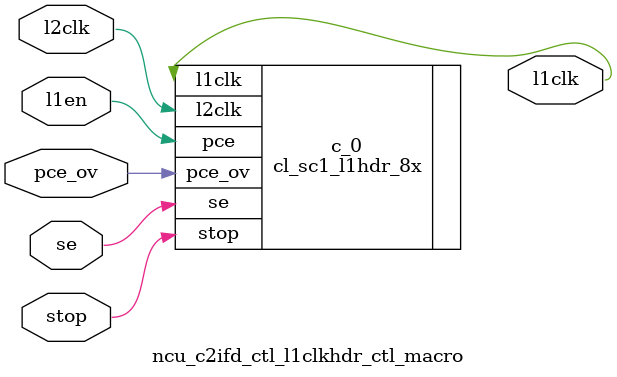
<source format=v>
`define RF_RDEN_OFFSTATE            1'b1

`define NCU_INTMANRF_DEPTH         128
`define NCU_INTMANRF_DATAWIDTH      16
`define NCU_INTMANRF_ADDRWIDTH       7
//====================================

//====================================
`define NCU_MONDORF_DEPTH           64
`define NCU_MONDORF_DATAWIDTH       72
`define NCU_MONDORF_ADDRWIDTH        6
//====================================

//====================================
`define NCU_CPUBUFRF_DEPTH          32
`define NCU_CPUBUFRF_DATAWIDTH     144
`define NCU_CPUBUFRF_ADDRWIDTH       5
//====================================

//====================================
`define NCU_IOBUFRF_DEPTH          32
`define NCU_IOBUFRF_DATAWIDTH     144
`define NCU_IOBUFRF_ADDRWIDTH       5
//====================================

//====================================
`define NCU_IOBUF1RF_DEPTH          32
`define NCU_IOBUF1RF_DATAWIDTH      32
`define NCU_IOBUF1RF_ADDRWIDTH       5
//====================================

//====================================
`define NCU_INTBUFRF_DEPTH          32
`define NCU_INTBUFRF_DATAWIDTH     144
`define NCU_INTBUFRF_ADDRWIDTH       5
//====================================

//== fix me : need to remove when warm //
//== becomes available //
`define WMR_LENGTH		10'd999
`define WMR_LENGTH_P1		10'd1000

//// NCU CSR_MAN address   80_0000_xxxx ////
`define NCU_CSR_MAN			16'h0000
`define NCU_CREG_INTMAN			16'h0000
//`define NCU_CREG_INTVECDISP		16'h0800
`define NCU_CREG_MONDOINVEC		16'h0a00
`define NCU_CREG_SERNUM			16'h1000
`define NCU_CREG_FUSESTAT		16'h1008
`define NCU_CREG_COREAVAIL		16'h1010
`define NCU_CREG_BANKAVAIL		16'h1018
`define NCU_CREG_BANK_ENABLE		16'h1020
`define NCU_CREG_BANK_ENABLE_STATUS 	16'h1028
`define NCU_CREG_L2_HASH_ENABLE		16'h1030
`define NCU_CREG_L2_HASH_ENABLE_STATUS	16'h1038


`define NCU_CREG_MEM32_BASE	16'h2000
`define NCU_CREG_MEM32_MASK	16'h2008
`define NCU_CREG_MEM64_BASE	16'h2010
`define NCU_CREG_MEM64_MASK	16'h2018
`define NCU_CREG_IOCON_BASE	16'h2020
`define NCU_CREG_IOCON_MASK	16'h2028
`define NCU_CREG_MMUFSH		16'h2030

`define NCU_CREG_ESR		16'h3000
`define NCU_CREG_ELE		16'h3008
`define NCU_CREG_EIE		16'h3010
`define NCU_CREG_EJR		16'h3018
`define NCU_CREG_FEE		16'h3020
`define NCU_CREG_PER		16'h3028
`define NCU_CREG_SIISYN		16'h3030
`define NCU_CREG_NCUSYN		16'h3038
`define NCU_CREG_SCKSEL         16'h3040
`define NCU_CREG_DBGTRIG_EN     16'h4000

//// NUC CSR_MONDO address 80_0004_xxxx ////
`define NCU_CSR_MONDO		16'h0004
`define NCU_CREG_MDATA0  	16'h0000 
`define NCU_CREG_MDATA1  	16'h0200 
`define NCU_CREG_MDATA0_ALIAS	16'h0400 
`define NCU_CREG_MDATA1_ALIAS	16'h0600 
`define NCU_CREG_MBUSY		16'h0800 
`define NCU_CREG_MBUSY_ALIAS	16'h0a00 



// ASI shared reg 90_xxxx_xxxx//
`define NCU_ASI_A_HIT			10'h104 // 6-bits cpuid and thread id are "x"
`define NCU_ASI_B_HIT			10'h1CC // 6-bits cpuid and thread id are "x"
`define NCU_ASI_C_HIT			10'h114	// 6-bits cpuid and thread id are "x"
`define NCU_ASI_COREAVAIL		16'h0000
`define NCU_ASI_CORE_ENABLE_STATUS	16'h0010
`define NCU_ASI_CORE_ENABLE		16'h0020
`define NCU_ASI_XIR_STEERING		16'h0030
`define NCU_ASI_CORE_RUNNINGRW		16'h0050
`define NCU_ASI_CORE_RUNNING_STATUS	16'h0058
`define NCU_ASI_CORE_RUNNING_W1S	16'h0060
`define NCU_ASI_CORE_RUNNING_W1C	16'h0068
`define NCU_ASI_INTVECDISP		16'h0000
`define NCU_ASI_ERR_STR                 16'h1000
`define NCU_ASI_WMR_VEC_MASK            16'h0018
`define NCU_ASI_CMP_TICK_ENABLE		16'h0038


//// UCB packet type ////
`define UCB_READ_NACK	4'b0000    // ack/nack types
`define UCB_READ_ACK	4'b0001
`define UCB_WRITE_ACK	4'b0010
`define UCB_IFILL_ACK	4'b0011
`define UCB_IFILL_NACK	4'b0111

`define UCB_READ_REQ	4'b0100    // req types
`define UCB_WRITE_REQ	4'b0101
`define UCB_IFILL_REQ	4'b0110

`define UCB_INT		4'b1000    // plain interrupt
`define UCB_INT_VEC	4'b1100    // interrupt with vector
`define UCB_INT_SOC_UE	4'b1001    // soc interrup ue
`define UCB_INT_SOC_CE  4'b1010    // soc interrup ce
`define UCB_RESET_VEC	4'b0101    // reset with vector
`define UCB_IDLE_VEC	4'b1110    // idle with vector
`define UCB_RESUME_VEC	4'b1111    // resume with vector

`define UCB_INT_SOC 	4'b1101    // soc interrup ce


//// PCX packet type ////
`define	PCX_LOAD_RQ	5'b00000
`define	PCX_IMISS_RQ	5'b10000
`define	PCX_STORE_RQ	5'b00001
`define PCX_FWD_RQs	5'b01101
`define PCX_FWD_RPYs	5'b01110

//// CPX packet type ////
//`define CPX_LOAD_RET	4'b0000
`define CPX_LOAD_RET	4'b1000
`define CPX_ST_ACK	4'b0100
//`define CPX_IFILL_RET	4'b0001
`define CPX_IFILL_RET	4'b1001
`define CPX_INT_RET	4'b0111
`define CPX_INT_SOC	4'b1101
//`define CPX_FWD_RQ_RET	4'b1010
//`define CPX_FWD_RPY_RET	4'b1011




//// Global CSR decode ////
`define NCU_CSR		8'h80
`define NIU_CSR		8'h81
//`define RNG_CSR		8'h82
`define DBG1_CSR               8'h86
`define CCU_CSR		8'h83
`define MCU_CSR		8'h84
`define TCU_CSR		8'h85
`define DMU_CSR		8'h88
`define RCU_CSR		8'h89
`define NCU_ASI		8'h90
			/////8'h91 ~ 9F reserved
			/////8'hA0 ~ BF L2 CSR////
`define DMU_PIO		4'hC   // C0 ~ CF
			/////8'hB0 ~ FE reserved
`define SSI_CSR		8'hFF


//// NCU_SSI ////
`define SSI_ADDR 	 	12'hFF_F
`define SSI_ADDR_TIMEOUT_REG	40'hFF_0001_0088
`define SSI_ADDR_LOG_REG	40'hFF_0000_0018

`define IF_IDLE 2'b00
`define IF_ACPT 2'b01
`define IF_DROP 2'b10

`define SSI_IDLE     3'b000
`define	SSI_REQ      3'b001
`define	SSI_WDATA    3'b011
`define	SSI_REQ_PAR  3'b101
`define	SSI_ACK      3'b111
`define	SSI_RDATA    3'b110
`define	SSI_ACK_PAR  3'b010










module ncu_c2ifd_ctl (
  l2clk, 
  cmp_io_sync_en, 
  io_cmp_sync_en, 
  tcu_scan_en, 
  scan_in, 
  scan_out, 
  tcu_pce_ov, 
  tcu_clk_stop, 
  tcu_aclk, 
  tcu_bclk, 
  pcx_ncu_data_px2, 
  pcx_ncu_vld, 
  pcx_ncu_req, 
  pcx_ncu_addr, 
  pcx_ncu_cputhr, 
  io_mondo_data_wr, 
  mondo_data_bypass_d2, 
  mondo_addr_creg_mdata0_dec_d2, 
  mondo_addr_creg_mdata1_dec_d2, 
  mondo_addr_creg_mbusy_dec_d2, 
  tap_mondo_rd_d2, 
  cpu_mondo_rd_d2, 
  cpu_mondo_addr_invld_d2, 
  io_mondo_data0_din_s, 
  io_mondo_data1_din_s, 
  tap_mondo_din_s, 
  tap_mondo_dout_d2_f, 
  mb0_mondo_wr_en, 
  mb0_wdata, 
  mb0_run, 
  mondotbl_pei, 
  mondotbl_pe_f, 
  mb1_run, 
  mb1_wdata, 
  mb1_cpubuf_wr_en, 
  mb1_addr, 
  intbuf_din, 
  mondo_data0_din, 
  mondo_data0_dout, 
  mondo_data1_din, 
  mondo_data1_dout, 
  mondo_busy_addr_p0, 
  mondo_busy_addr_p1, 
  mondo_busy_wr_p1, 
  mondo_busy_addr_p2, 
  mondo_busy_wr_p2, 
  mondo_busy_vec_f, 
  cpubuf_din) ;
wire pcx_ncu_data_ff_scanin;
wire pcx_ncu_data_ff_scanout;
wire [143:0] pcx_ncu_data;
wire l1clk;
wire pcx_ncu_vld_ff_scanin;
wire pcx_ncu_vld_ff_scanout;
wire [4:0] pcxecc;
wire io_mondo_data0_din_ff_scanin;
wire io_mondo_data0_din_ff_scanout;
wire [63:0] io_mondo_data0_din;
wire io_mondo_data1_din_ff_scanin;
wire io_mondo_data1_din_ff_scanout;
wire [63:0] io_mondo_data1_din;
wire tap_mondo_din_ff_scanin;
wire tap_mondo_din_ff_scanout;
wire [63:0] tap_mondo_din;
wire [71:0] mondo_data0_pre;
wire mondo_data0_din_d1_ff_scanin;
wire mondo_data0_din_d1_ff_scanout;
wire [71:0] mondo_data0_din_d1;
wire mondo_data0_din_d2_ff_scanin;
wire mondo_data0_din_d2_ff_scanout;
wire [71:0] mondo_data0_din_d2;
wire [71:0] mondo_data1_pre;
wire mondo_data1_din_d1_ff_scanin;
wire mondo_data1_din_d1_ff_scanout;
wire [71:0] mondo_data1_din_d1;
wire mondo_data1_din_d2_ff_scanin;
wire mondo_data1_din_d2_ff_scanout;
wire [71:0] mondo_data1_din_d2;
wire mondo_addr_creg_mbusy_dec_d3_ff_scanin;
wire mondo_addr_creg_mbusy_dec_d3_ff_scanout;
wire mondo_addr_creg_mbusy_dec_d3;
wire mondo_busy_din_p1;
wire mondo_busy_din_p2;
wire [71:0] mondo_data0_dout_byp;
wire [71:0] mondo_data1_dout_byp;
wire [71:0] mondo_dout;
wire mondo_busy_dout_d2;
wire mondo_dout_d1_ff_scanin;
wire mondo_dout_d1_ff_scanout;
wire [71:0] mondo_dout_d1;
wire mondotbl_pei_ff_scanin;
wire mondotbl_pei_ff_scanout;
wire mondotbl_pei_f;
wire [7:0] mtbl_pfail;
wire mtbl_perr;
wire cpu_mondo_rd_d3;
wire mtbl_perr_hldr_n;
wire mtbl_perr_hldr;
wire mtbl_perr_hldr_ff_scanin;
wire mtbl_perr_hldr_ff_scanout;
wire mondotbl_pe_f_ff_scanin;
wire mondotbl_pe_f_ff_scanout;
wire cpu_mondo_cpu_id_d1_ff_scanin;
wire cpu_mondo_cpu_id_d1_ff_scanout;
wire [2:0] cpu_mondo_cpu_id_d1;
wire cpu_mondo_cpu_id_d2_ff_scanin;
wire cpu_mondo_cpu_id_d2_ff_scanout;
wire [2:0] cpu_mondo_cpu_id_d2;
wire cpu_mondo_thr_id_d1_ff_scanin;
wire cpu_mondo_thr_id_d1_ff_scanout;
wire [2:0] cpu_mondo_thr_id_d1;
wire cpu_mondo_thr_id_d2_ff_scanin;
wire cpu_mondo_thr_id_d2_ff_scanout;
wire [2:0] cpu_mondo_thr_id_d2;
wire cpu_mondo_bis_d1_ff_scanin;
wire cpu_mondo_bis_d1_ff_scanout;
wire cpu_mondo_bis_d1;
wire cpu_mondo_bis_d2_ff_scanin;
wire cpu_mondo_bis_d2_ff_scanout;
wire cpu_mondo_bis_d2;
wire cpu_mondo_addr10_3_d1_ff_scanin;
wire cpu_mondo_addr10_3_d1_ff_scanout;
wire [7:0] cpu_mondo_addr10_3_d1;
wire cpu_mondo_addr10_3_d2_ff_scanin;
wire cpu_mondo_addr10_3_d2_ff_scanout;
wire [7:0] cpu_mondo_addr10_3_d2;
wire cpu_mondo_size_d1_ff_scanin;
wire cpu_mondo_size_d1_ff_scanout;
wire [7:0] cpu_mondo_size_d1;
wire cpu_mondo_size_d2_ff_scanin;
wire cpu_mondo_size_d2_ff_scanout;
wire [7:0] cpu_mondo_size_d2;
wire pcx_pkt_data_d1_ff_scanin;
wire pcx_pkt_data_d1_ff_scanout;
wire [63:0] pcx_pkt_data_d1;
wire pcx_pkt_data_d2_ff_scanin;
wire pcx_pkt_data_d2_ff_scanout;
wire [63:0] pcx_pkt_data_d2;
wire [7:0] cpu_mondo_cpu_id_dec_d2;
wire [143:0] mondo2cpu_pkt;
wire [4:0] mondofifoecc;
wire mondo2cpu_pkt_ff_scanin;
wire mondo2cpu_pkt_ff_scanout;
wire [121:0] mondo2cpu_pkta;
wire [121:0] mondo2cpu_pkt_n;
wire cpu_mondo_rd_d3_ff_scanin;
wire cpu_mondo_rd_d3_ff_scanout;
wire tap_mondo_dout_d2_ff_scanin;
wire tap_mondo_dout_d2_ff_scanout;
wire [63:0] tap_mondo_dout_d2;
wire tap_mondo_dout_d2_f_ff_scanin;
wire tap_mondo_dout_d2_f_ff_scanout;
wire wr1_a_d1_ff_scanin;
wire wr1_a_d1_ff_scanout;
wire [5:0] wr1_a_d1;
wire wr2_a_d1_ff_scanin;
wire wr2_a_d1_ff_scanout;
wire [5:0] wr2_a_d1;
wire din1_d1_ff_scanin;
wire din1_d1_ff_scanout;
wire din1_d1;
wire din2_d1_ff_scanin;
wire din2_d1_ff_scanout;
wire din2_d1;
wire wen1_d1_ff_scanin;
wire wen1_d1_ff_scanout;
wire wen1_d1;
wire wen2_d1_ff_scanin;
wire wen2_d1_ff_scanout;
wire wen2_d1;
wire [63:0] wr1_a_dec_d1;
wire [63:0] wr2_a_dec_d1;
wire [63:0] wen1_dec_d1;
wire [63:0] wen2_dec_d1;
wire [63:0] vec_n;
wire [63:0] vec;
wire [63:0] vec_n_inv;
wire [63:0] vec_inv;
wire vec_ff_scanin;
wire vec_ff_scanout;
wire mondo_busy_vec_ff_scanin;
wire mondo_busy_vec_ff_scanout;
wire rd_a_d1_ff_scanin;
wire rd_a_d1_ff_scanout;
wire [5:0] rd_a_d1;
wire [63:0] rd_a_dec_d1;
wire mondo_busy_dout_d1;
wire mondo_busy_dout_d2_ff_scanin;
wire mondo_busy_dout_d2_ff_scanout;
wire siclk;
wire soclk;
wire se;
wire pce_ov;
wire stop;


////////////////////////////////////////////////////////////////////////
// Interface signal type declarations
////////////////////////////////////////////////////////////////////////
// Global interface
input		l2clk;
input		cmp_io_sync_en;
input		io_cmp_sync_en;

input		tcu_scan_en;
input		scan_in;
output		scan_out;
input		tcu_pce_ov;
input		tcu_clk_stop;
input		tcu_aclk;
input		tcu_bclk;

// Crossbar interface
input [129:0]	pcx_ncu_data_px2;

// c2i fast control interface
output		pcx_ncu_vld;
output [4:0]	pcx_ncu_req;
output [39:0]	pcx_ncu_addr;
output [5:0]	pcx_ncu_cputhr;

input		io_mondo_data_wr;
input		mondo_data_bypass_d2;
input		mondo_addr_creg_mdata0_dec_d2;
input		mondo_addr_creg_mdata1_dec_d2;
input		mondo_addr_creg_mbusy_dec_d2;
//input		cpu_mondo_rd_d1;
input		tap_mondo_rd_d2;
input		cpu_mondo_rd_d2;
input		cpu_mondo_addr_invld_d2;

// i2c slow datapath interface
input [63:0]	io_mondo_data0_din_s;
input [63:0]	io_mondo_data1_din_s;
//input [5:0]	io_mondo_source_din_s;

// IOB control interface
input [63:0]	tap_mondo_din_s;
output [63:0]	tap_mondo_dout_d2_f;


// mb0 signals //
input		mb0_mondo_wr_en;
//input		mb0_intbuf_wr_en;
//input		mb0_cpubuf_sel;
input [7:0]	mb0_wdata;
input		mb0_run;
input		mondotbl_pei;
output		mondotbl_pe_f;
input		mb1_run;
input [7:0]	mb1_wdata;
input		mb1_cpubuf_wr_en;
input[5:0]	mb1_addr;
// i2c fast datapath interface
output [143:0]	intbuf_din;

// Mondo data table interface
output [71:0]	mondo_data0_din;
input [71:0]	mondo_data0_dout;

output [71:0]	mondo_data1_din;
input [71:0]	mondo_data1_dout;

input [5:0]	mondo_busy_addr_p0;

input [5:0]	mondo_busy_addr_p1;
input		mondo_busy_wr_p1;

input [5:0]	mondo_busy_addr_p2;
input		mondo_busy_wr_p2;

output [63:0]	mondo_busy_vec_f;

// Cpu buffer interface
output [143:0]	cpubuf_din;

// Internal signals















/*****************************************************************
 * Flop data from PCX
 *****************************************************************/ 
ncu_c2ifd_ctl_msff_ctl_macro__width_129 pcx_ncu_data_ff 
				(
				.scan_in(pcx_ncu_data_ff_scanin),
				.scan_out(pcx_ncu_data_ff_scanout),
				.dout		(pcx_ncu_data[128:0]),
				.l1clk		(l1clk),
				.din		(pcx_ncu_data_px2[128:0]),
  .siclk(siclk),
  .soclk(soclk)
				);

ncu_c2ifd_ctl_msff_ctl_macro__width_1 pcx_ncu_vld_ff 
				(
				.scan_in(pcx_ncu_vld_ff_scanin),
				.scan_out(pcx_ncu_vld_ff_scanout),
				.dout		(pcx_ncu_vld),
				.l1clk		(l1clk),
				.din		(pcx_ncu_data_px2[129]),
  .siclk(siclk),
  .soclk(soclk)
				);
assign  cpubuf_din[143:0] = mb1_run ? {18{mb1_wdata[7:0]}} : {pcx_ncu_data[143:0]} ;
//assign  cpubuf_din[143:0] = pcx_ncu_data[143:0];	// cpubuf no longer goes to mb0.

////// pcx_ncu_vld 
assign 	pcx_ncu_req[4:0] = pcx_ncu_data[128:124];
assign 	pcx_ncu_addr[39:0] = pcx_ncu_data[103:64];
assign 	pcx_ncu_cputhr[5:0] = pcx_ncu_data[122:117];

//// par and ecc gen ////
assign	pcx_ncu_data[133:129]=pcxecc[4:0];
ncu_eccgen6_ctl c2ifdeccgen6 (.din(pcx_ncu_cputhr[5:0]),
				 .dout(pcxecc[4:0]));

assign	pcx_ncu_data[134] = ~^{pcx_ncu_data[0], pcx_ncu_data[10],pcx_ncu_data[20], pcx_ncu_data[30],
			       pcx_ncu_data[40],pcx_ncu_data[50],pcx_ncu_data[60], pcx_ncu_data[70],
			       pcx_ncu_data[80],pcx_ncu_data[90],pcx_ncu_data[100],pcx_ncu_data[110]};

assign	pcx_ncu_data[135] = ~^{pcx_ncu_data[1], pcx_ncu_data[11],pcx_ncu_data[21], pcx_ncu_data[31],
			       pcx_ncu_data[41],pcx_ncu_data[51],pcx_ncu_data[61], pcx_ncu_data[70],
			       pcx_ncu_data[81],pcx_ncu_data[91],pcx_ncu_data[101],pcx_ncu_data[111]};

assign	pcx_ncu_data[136] = ~^{pcx_ncu_data[2], pcx_ncu_data[12],pcx_ncu_data[22], pcx_ncu_data[32],
			       pcx_ncu_data[42],pcx_ncu_data[52],pcx_ncu_data[62], pcx_ncu_data[72],
			       pcx_ncu_data[82],pcx_ncu_data[92],pcx_ncu_data[102],pcx_ncu_data[114]};

assign	pcx_ncu_data[137] = ~^{pcx_ncu_data[3], pcx_ncu_data[13],pcx_ncu_data[23], pcx_ncu_data[33],
			       pcx_ncu_data[43],pcx_ncu_data[52],pcx_ncu_data[63], pcx_ncu_data[73],
			       pcx_ncu_data[83],pcx_ncu_data[93],pcx_ncu_data[103],pcx_ncu_data[124]};

assign	pcx_ncu_data[138] = ~^{pcx_ncu_data[4], pcx_ncu_data[14],pcx_ncu_data[24], pcx_ncu_data[34],
			       pcx_ncu_data[44],pcx_ncu_data[54],pcx_ncu_data[64], pcx_ncu_data[74],
			       pcx_ncu_data[84],pcx_ncu_data[94],pcx_ncu_data[104],pcx_ncu_data[125]};

assign	pcx_ncu_data[139] = ~^{pcx_ncu_data[5], pcx_ncu_data[15],pcx_ncu_data[25], pcx_ncu_data[35],
			       pcx_ncu_data[45],pcx_ncu_data[55],pcx_ncu_data[65], pcx_ncu_data[75],
			       pcx_ncu_data[85],pcx_ncu_data[95],pcx_ncu_data[105],pcx_ncu_data[126]};

assign	pcx_ncu_data[140] = ~^{pcx_ncu_data[6], pcx_ncu_data[16],pcx_ncu_data[26], pcx_ncu_data[36],
			       pcx_ncu_data[46],pcx_ncu_data[56],pcx_ncu_data[66], pcx_ncu_data[76],
			       pcx_ncu_data[86],pcx_ncu_data[96],pcx_ncu_data[106],pcx_ncu_data[127]};

assign	pcx_ncu_data[141] = ~^{pcx_ncu_data[7], pcx_ncu_data[17],pcx_ncu_data[27], pcx_ncu_data[37],
			       pcx_ncu_data[47],pcx_ncu_data[57],pcx_ncu_data[67], pcx_ncu_data[77],
			       pcx_ncu_data[87],pcx_ncu_data[98],pcx_ncu_data[107],pcx_ncu_data[128]};

assign	pcx_ncu_data[142] = ~^{pcx_ncu_data[8], pcx_ncu_data[18],pcx_ncu_data[28], pcx_ncu_data[38],
			       pcx_ncu_data[48],pcx_ncu_data[58],pcx_ncu_data[68], pcx_ncu_data[78],
			       pcx_ncu_data[88],pcx_ncu_data[98],pcx_ncu_data[108]};
			       
assign	pcx_ncu_data[143] = ~^{pcx_ncu_data[9], pcx_ncu_data[19],pcx_ncu_data[29], pcx_ncu_data[39],
			       pcx_ncu_data[49],pcx_ncu_data[59],pcx_ncu_data[69], pcx_ncu_data[79],
			       pcx_ncu_data[89],pcx_ncu_data[99],pcx_ncu_data[109]};

/*****************************************************************
 * Mondo data0/data1/busy table write data
 *****************************************************************/
// Convert from BSC to CPU clock
ncu_c2ifd_ctl_msff_ctl_macro__en_1__width_64 io_mondo_data0_din_ff  
				(
				.scan_in(io_mondo_data0_din_ff_scanin),
				.scan_out(io_mondo_data0_din_ff_scanout),
				.dout		(io_mondo_data0_din[63:0]),
				.l1clk		(l1clk),
				.en		(io_cmp_sync_en),
				.din		(io_mondo_data0_din_s[63:0]),
  .siclk(siclk),
  .soclk(soclk)
				);

ncu_c2ifd_ctl_msff_ctl_macro__en_1__width_64 io_mondo_data1_din_ff  
				(
				.scan_in(io_mondo_data1_din_ff_scanin),
				.scan_out(io_mondo_data1_din_ff_scanout),
				.dout		(io_mondo_data1_din[63:0]),
				.l1clk		(l1clk),
				.en		(io_cmp_sync_en),
				.din		(io_mondo_data1_din_s[63:0]),
  .siclk(siclk),
  .soclk(soclk)
				);


ncu_c2ifd_ctl_msff_ctl_macro__en_1__width_64 tap_mondo_din_ff  
				(
				.scan_in(tap_mondo_din_ff_scanin),
				.scan_out(tap_mondo_din_ff_scanout),
				.dout		(tap_mondo_din[63:0]),
				.l1clk		(l1clk),
				.en		(io_cmp_sync_en),
				.din		(tap_mondo_din_s[63:0]),
  .siclk(siclk),
  .soclk(soclk)
				);


//assign  mb0_mondo_sel = mb0_run * mb0_mondo_wr_en;
assign 	mondo_data0_din[71:0] = mb0_run ? {9{mb0_wdata[7:0]}} : mondo_data0_pre[71:0] ;
			     //io_mondo_data_wr ? io_mondo_data0_din[63:0] : tap_mondo_din[63:0];

assign	mondo_data0_pre[63:0] = io_mondo_data_wr ? io_mondo_data0_din[63:0] : tap_mondo_din[63:0];
assign	mondo_data0_pre[64] = ~^{mondo_data0_pre[0],  mondo_data0_pre[8],  mondo_data0_pre[16], mondo_data0_pre[24], 
				 mondo_data0_pre[32], mondo_data0_pre[40], mondo_data0_pre[48], mondo_data0_pre[56] };
assign	mondo_data0_pre[65] = ~^{mondo_data0_pre[1],  mondo_data0_pre[9],  mondo_data0_pre[17], mondo_data0_pre[25], 
				 mondo_data0_pre[33], mondo_data0_pre[41], mondo_data0_pre[49], mondo_data0_pre[57] };
assign	mondo_data0_pre[66] = ~^{mondo_data0_pre[2],  mondo_data0_pre[10], mondo_data0_pre[18], mondo_data0_pre[26], 
				 mondo_data0_pre[34], mondo_data0_pre[42], mondo_data0_pre[50], mondo_data0_pre[58] };
assign	mondo_data0_pre[67] = ~^{mondo_data0_pre[3],  mondo_data0_pre[11], mondo_data0_pre[19], mondo_data0_pre[27], 
				 mondo_data0_pre[35], mondo_data0_pre[43], mondo_data0_pre[51], mondo_data0_pre[59] };
assign	mondo_data0_pre[68] = ~^{mondo_data0_pre[4],  mondo_data0_pre[12], mondo_data0_pre[20], mondo_data0_pre[28], 
				 mondo_data0_pre[36], mondo_data0_pre[44], mondo_data0_pre[52], mondo_data0_pre[60] };
assign	mondo_data0_pre[69] = ~^{mondo_data0_pre[5],  mondo_data0_pre[13], mondo_data0_pre[21], mondo_data0_pre[29], 
				 mondo_data0_pre[37], mondo_data0_pre[45], mondo_data0_pre[53], mondo_data0_pre[61] };
assign	mondo_data0_pre[70] = ~^{mondo_data0_pre[6],  mondo_data0_pre[14], mondo_data0_pre[22], mondo_data0_pre[30], 
				 mondo_data0_pre[38], mondo_data0_pre[46], mondo_data0_pre[54], mondo_data0_pre[62] };
assign	mondo_data0_pre[71] = ~^{mondo_data0_pre[7],  mondo_data0_pre[15], mondo_data0_pre[23], mondo_data0_pre[31], 
				 mondo_data0_pre[39], mondo_data0_pre[47], mondo_data0_pre[55], mondo_data0_pre[63] };

ncu_c2ifd_ctl_msff_ctl_macro__width_72 mondo_data0_din_d1_ff 
				(
				.scan_in(mondo_data0_din_d1_ff_scanin),
				.scan_out(mondo_data0_din_d1_ff_scanout),
				.dout		(mondo_data0_din_d1[71:0]),
				.l1clk		(l1clk),
				.din		(mondo_data0_din[71:0]),
  .siclk(siclk),
  .soclk(soclk)
				);

ncu_c2ifd_ctl_msff_ctl_macro__width_72 mondo_data0_din_d2_ff 
				(
				.scan_in(mondo_data0_din_d2_ff_scanin),
				.scan_out(mondo_data0_din_d2_ff_scanout),
				.dout		(mondo_data0_din_d2[71:0]),
				.l1clk		(l1clk),
				.din		(mondo_data0_din_d1[71:0]),
  .siclk(siclk),
  .soclk(soclk)
				);



assign 	mondo_data1_din[71:0] = mb0_run ? {9{mb0_wdata[7:0]}} : mondo_data1_pre[71:0] ;
	 		     //io_mondo_data_wr ? io_mondo_data1_din[63:0] : tap_mondo_din[63:0];

assign	mondo_data1_pre[63:0] = io_mondo_data_wr ? io_mondo_data1_din[63:0] : tap_mondo_din[63:0];
assign	mondo_data1_pre[64] = ~^{mondo_data1_pre[0],  mondo_data1_pre[8],  mondo_data1_pre[16], mondo_data1_pre[24], 
				 mondo_data1_pre[32], mondo_data1_pre[40], mondo_data1_pre[48], mondo_data1_pre[56] };
assign	mondo_data1_pre[65] = ~^{mondo_data1_pre[1],  mondo_data1_pre[9],  mondo_data1_pre[17], mondo_data1_pre[25], 
				 mondo_data1_pre[33], mondo_data1_pre[41], mondo_data1_pre[49], mondo_data1_pre[57] };
assign	mondo_data1_pre[66] = ~^{mondo_data1_pre[2],  mondo_data1_pre[10], mondo_data1_pre[18], mondo_data1_pre[26], 
				 mondo_data1_pre[34], mondo_data1_pre[42], mondo_data1_pre[50], mondo_data1_pre[58] };
assign	mondo_data1_pre[67] = ~^{mondo_data1_pre[3],  mondo_data1_pre[11], mondo_data1_pre[19], mondo_data1_pre[27], 
				 mondo_data1_pre[35], mondo_data1_pre[43], mondo_data1_pre[51], mondo_data1_pre[59] };
assign	mondo_data1_pre[68] = ~^{mondo_data1_pre[4],  mondo_data1_pre[12], mondo_data1_pre[20], mondo_data1_pre[28], 
				 mondo_data1_pre[36], mondo_data1_pre[44], mondo_data1_pre[52], mondo_data1_pre[60] };
assign	mondo_data1_pre[69] = ~^{mondo_data1_pre[5],  mondo_data1_pre[13], mondo_data1_pre[21], mondo_data1_pre[29], 
				 mondo_data1_pre[37], mondo_data1_pre[45], mondo_data1_pre[53], mondo_data1_pre[61] };
assign	mondo_data1_pre[70] = ~^{mondo_data1_pre[6],  mondo_data1_pre[14], mondo_data1_pre[22], mondo_data1_pre[30], 
				 mondo_data1_pre[38], mondo_data1_pre[46], mondo_data1_pre[54], mondo_data1_pre[62] };
assign	mondo_data1_pre[71] = ~^{mondo_data1_pre[7],  mondo_data1_pre[15], mondo_data1_pre[23], mondo_data1_pre[31], 
				 mondo_data1_pre[39], mondo_data1_pre[47], mondo_data1_pre[55], mondo_data1_pre[63] };

ncu_c2ifd_ctl_msff_ctl_macro__width_72 mondo_data1_din_d1_ff 
				(
				.scan_in(mondo_data1_din_d1_ff_scanin),
				.scan_out(mondo_data1_din_d1_ff_scanout),
				.dout		(mondo_data1_din_d1[71:0]),
				.l1clk		(l1clk),
				.din		(mondo_data1_din[71:0]),
  .siclk(siclk),
  .soclk(soclk)
				);

ncu_c2ifd_ctl_msff_ctl_macro__width_72 mondo_data1_din_d2_ff 
				(
				.scan_in(mondo_data1_din_d2_ff_scanin),
				.scan_out(mondo_data1_din_d2_ff_scanout),
				.dout		(mondo_data1_din_d2[71:0]),
				.l1clk		(l1clk),
				.din		(mondo_data1_din_d1[71:0]),
  .siclk(siclk),
  .soclk(soclk)
				);

ncu_c2ifd_ctl_msff_ctl_macro__width_1 mondo_addr_creg_mbusy_dec_d3_ff 
				(
				.scan_in(mondo_addr_creg_mbusy_dec_d3_ff_scanin),
				.scan_out(mondo_addr_creg_mbusy_dec_d3_ff_scanout),
				.dout		(mondo_addr_creg_mbusy_dec_d3),
				.l1clk		(l1clk),
				.din		(mondo_addr_creg_mbusy_dec_d2),
  .siclk(siclk),
  .soclk(soclk)
				);

assign 	mondo_busy_din_p1 = io_mondo_data_wr ? 1'b1 : tap_mondo_din[6];

assign 	mondo_busy_din_p2 = pcx_ncu_data[6];


/*****************************************************************
 * Mondo data0/data1/busy table read data (CPU read)
 *****************************************************************/ 
assign 	mondo_data0_dout_byp[71:0] = mondo_data_bypass_d2 ? mondo_data0_din_d2[71:0] : 
							    mondo_data0_dout[71:0];

assign 	mondo_data1_dout_byp[71:0] = mondo_data_bypass_d2 ? mondo_data1_din_d2[71:0] : 
							    mondo_data1_dout[71:0];

// Use AND/OR to implement a mux
assign 	mondo_dout[71:0] = ({72{mondo_addr_creg_mdata0_dec_d2}}  & mondo_data0_dout_byp[71:0]) |
                       ({72{mondo_addr_creg_mdata1_dec_d2}} & mondo_data1_dout_byp[71:0]) |
		       ({72{mondo_addr_creg_mbusy_dec_d2}}  & {8'b0,57'b0,mondo_busy_dout_d2,6'b0});


ncu_c2ifd_ctl_msff_ctl_macro__width_72 mondo_dout_d1_ff 
				(
				.scan_in(mondo_dout_d1_ff_scanin),
				.scan_out(mondo_dout_d1_ff_scanout),
				.dout		(mondo_dout_d1[71:0]),
				.l1clk		(l1clk),
				.din		(mondo_dout[71:0]),
  .siclk(siclk),
  .soclk(soclk)
				);

ncu_c2ifd_ctl_msff_ctl_macro__en_1__width_1 modotbl_pei_ff 
				(
                                .scan_in(mondotbl_pei_ff_scanin),
                                .scan_out(mondotbl_pei_ff_scanout),
                                .dout           (mondotbl_pei_f),
                                .l1clk          (l1clk),
				.en		(io_cmp_sync_en),
                                .din            (mondotbl_pei),
  .siclk(siclk),
  .soclk(soclk)
                                );


assign	mtbl_pfail[0] = ~^{mondo_dout_d1[0],  mondo_dout_d1[8],  mondo_dout_d1[16], mondo_dout_d1[24], 
	 	mondo_dout_d1[32], mondo_dout_d1[40], mondo_dout_d1[48], mondo_dout_d1[56], mondo_dout_d1[64], 
		mondotbl_pei_f };

assign	mtbl_pfail[1] = ~^{mondo_dout_d1[1],  mondo_dout_d1[9],  mondo_dout_d1[17], mondo_dout_d1[25], 
	 	mondo_dout_d1[33], mondo_dout_d1[41], mondo_dout_d1[49], mondo_dout_d1[57], mondo_dout_d1[65] };

assign	mtbl_pfail[2] = ~^{mondo_dout_d1[2],  mondo_dout_d1[10], mondo_dout_d1[18], mondo_dout_d1[26], 
	 	mondo_dout_d1[34], mondo_dout_d1[42], mondo_dout_d1[50], mondo_dout_d1[58], mondo_dout_d1[66] };

assign	mtbl_pfail[3] = ~^{mondo_dout_d1[3],  mondo_dout_d1[11], mondo_dout_d1[19], mondo_dout_d1[27], 
	 	mondo_dout_d1[35], mondo_dout_d1[43], mondo_dout_d1[51], mondo_dout_d1[59], mondo_dout_d1[67] };

assign	mtbl_pfail[4] = ~^{mondo_dout_d1[4],  mondo_dout_d1[12], mondo_dout_d1[20], mondo_dout_d1[28], 
	 	mondo_dout_d1[36], mondo_dout_d1[44], mondo_dout_d1[52], mondo_dout_d1[60], mondo_dout_d1[68] };

assign	mtbl_pfail[5] = ~^{mondo_dout_d1[5],  mondo_dout_d1[13], mondo_dout_d1[21], mondo_dout_d1[29], 
	 	mondo_dout_d1[37], mondo_dout_d1[45], mondo_dout_d1[53], mondo_dout_d1[61], mondo_dout_d1[69] };

assign	mtbl_pfail[6] = ~^{mondo_dout_d1[6],  mondo_dout_d1[14], mondo_dout_d1[22], mondo_dout_d1[30], 
	 	mondo_dout_d1[38], mondo_dout_d1[46], mondo_dout_d1[54], mondo_dout_d1[62], mondo_dout_d1[70] };

assign	mtbl_pfail[7] = ~^{mondo_dout_d1[7],  mondo_dout_d1[15], mondo_dout_d1[23], mondo_dout_d1[31], 
	 	mondo_dout_d1[39], mondo_dout_d1[47], mondo_dout_d1[55], mondo_dout_d1[63], mondo_dout_d1[71] };

//// holding logic for domain crossing //

assign	mtbl_perr = (|(mtbl_pfail[7:0])) & cpu_mondo_rd_d3 & ~mondo_addr_creg_mbusy_dec_d3 ;
assign  mtbl_perr_hldr_n = cmp_io_sync_en ? mtbl_perr : mtbl_perr_hldr|mtbl_perr ;
ncu_c2ifd_ctl_msff_ctl_macro__width_1 mtbl_perr_hldr_ff 
				(
				.scan_in(mtbl_perr_hldr_ff_scanin),
				.scan_out(mtbl_perr_hldr_ff_scanout),
				.dout		(mtbl_perr_hldr),
				.l1clk		(l1clk),
				.din		(mtbl_perr_hldr_n),
  .siclk(siclk),
  .soclk(soclk)
				);
ncu_c2ifd_ctl_msff_ctl_macro__en_1__width_1 mondotbl_pe_f_ff  
				(
				.scan_in(mondotbl_pe_f_ff_scanin),
				.scan_out(mondotbl_pe_f_ff_scanout),
				.dout		(mondotbl_pe_f),
				.l1clk		(l1clk),
				.en		(cmp_io_sync_en),
				.din		(mtbl_perr_hldr),
  .siclk(siclk),
  .soclk(soclk)
				);





//***************************************************
//// hold for capturing new synd and ue ////
//assign	iobuf_ue_vld_n = cmp_io_sync_en ? (iobuf_vld&iobuf_dout_d1_ue) : 
					  //(iobuf_vld&iobuf_dout_d1_ue)|iobuf_ue_vld;
//jlau_dff /*#(1)*/	iobuf_ue_vld_ff (.din(iobuf_ue_vld_n), .clk(l2clk), .q(iobuf_ue_vld) );
//
//// signal for domain crossing ////
//jlau_dffe /*#(1)*/	iobuf_ue_f_ff ( .din(iobuf_ue_vld), .clk(l2clk), .en(cmp_io_sync_en),
				//.q(iobuf_ue_f) );
//***************************************************/

////
ncu_c2ifd_ctl_msff_ctl_macro__width_3 cpu_mondo_cpu_id_d1_ff 
				(
				.scan_in(cpu_mondo_cpu_id_d1_ff_scanin),
				.scan_out(cpu_mondo_cpu_id_d1_ff_scanout),
				.dout		(cpu_mondo_cpu_id_d1[2:0]),
				.l1clk		(l1clk),
				.din		(pcx_ncu_data[122:120]),
  .siclk(siclk),
  .soclk(soclk)
				);
ncu_c2ifd_ctl_msff_ctl_macro__width_3 cpu_mondo_cpu_id_d2_ff 
				(
				.scan_in(cpu_mondo_cpu_id_d2_ff_scanin),
				.scan_out(cpu_mondo_cpu_id_d2_ff_scanout),
				.dout		(cpu_mondo_cpu_id_d2[2:0]),
				.l1clk		(l1clk),
				.din		(cpu_mondo_cpu_id_d1[2:0]),
  .siclk(siclk),
  .soclk(soclk)
				);
////
ncu_c2ifd_ctl_msff_ctl_macro__width_3 cpu_mondo_thr_id_d1_ff 
				(
				.scan_in(cpu_mondo_thr_id_d1_ff_scanin),
				.scan_out(cpu_mondo_thr_id_d1_ff_scanout),
				.dout		(cpu_mondo_thr_id_d1[2:0]),
				.l1clk		(l1clk),
				.din		(pcx_ncu_data[119:117]),
  .siclk(siclk),
  .soclk(soclk)
				);
ncu_c2ifd_ctl_msff_ctl_macro__width_3 cpu_mondo_thr_id_d2_ff 
				(
				.scan_in(cpu_mondo_thr_id_d2_ff_scanin),
				.scan_out(cpu_mondo_thr_id_d2_ff_scanout),
				.dout		(cpu_mondo_thr_id_d2[2:0]),
				.l1clk		(l1clk),
				.din		(cpu_mondo_thr_id_d1[2:0]),
  .siclk(siclk),
  .soclk(soclk)
				);
////
ncu_c2ifd_ctl_msff_ctl_macro__width_1 cpu_mondo_bis_d1_ff 
				(
				.scan_in(cpu_mondo_bis_d1_ff_scanin),
				.scan_out(cpu_mondo_bis_d1_ff_scanout),
				.dout		(cpu_mondo_bis_d1),
				.l1clk		(l1clk),
				.din		(pcx_ncu_data[114]),
  .siclk(siclk),
  .soclk(soclk)
				);
ncu_c2ifd_ctl_msff_ctl_macro__width_1 cpu_mondo_bis_d2_ff 
				(
				.scan_in(cpu_mondo_bis_d2_ff_scanin),
				.scan_out(cpu_mondo_bis_d2_ff_scanout),
				.dout		(cpu_mondo_bis_d2),
				.l1clk		(l1clk),
				.din		(cpu_mondo_bis_d1),
  .siclk(siclk),
  .soclk(soclk)
				);
////
ncu_c2ifd_ctl_msff_ctl_macro__width_8 cpu_mondo_addr10_3_d1_ff 
				(
				.scan_in(cpu_mondo_addr10_3_d1_ff_scanin),
				.scan_out(cpu_mondo_addr10_3_d1_ff_scanout),
				.dout		(cpu_mondo_addr10_3_d1[7:0]),
				.l1clk		(l1clk),
				.din		(pcx_ncu_data[74:67]),
  .siclk(siclk),
  .soclk(soclk)
				);
ncu_c2ifd_ctl_msff_ctl_macro__width_8 cpu_mondo_addr10_3_d2_ff 
				(
				.scan_in(cpu_mondo_addr10_3_d2_ff_scanin),
				.scan_out(cpu_mondo_addr10_3_d2_ff_scanout),
				.dout		(cpu_mondo_addr10_3_d2[7:0]),
				.l1clk		(l1clk),
				.din		(cpu_mondo_addr10_3_d1[7:0]),
  .siclk(siclk),
  .soclk(soclk)
				);
////
ncu_c2ifd_ctl_msff_ctl_macro__width_8 cpu_mondo_size_d1_ff 
				(
				.scan_in(cpu_mondo_size_d1_ff_scanin),
				.scan_out(cpu_mondo_size_d1_ff_scanout),
				.dout		(cpu_mondo_size_d1[7:0]),
				.l1clk		(l1clk),
				.din		(pcx_ncu_data[111:104]),
  .siclk(siclk),
  .soclk(soclk)
				);
ncu_c2ifd_ctl_msff_ctl_macro__width_8 cpu_mondo_size_d2_ff 
				(
				.scan_in(cpu_mondo_size_d2_ff_scanin),
				.scan_out(cpu_mondo_size_d2_ff_scanout),
				.dout		(cpu_mondo_size_d2[7:0]),
				.l1clk		(l1clk),
				.din		(cpu_mondo_size_d1[7:0]),
  .siclk(siclk),
  .soclk(soclk)
				);
////
ncu_c2ifd_ctl_msff_ctl_macro__width_64 pcx_pkt_data_d1_ff 
				(
				.scan_in(pcx_pkt_data_d1_ff_scanin),
				.scan_out(pcx_pkt_data_d1_ff_scanout),
				.dout		(pcx_pkt_data_d1[63:0]),
				.l1clk		(l1clk),
				.din		(pcx_ncu_data[63:0]),
  .siclk(siclk),
  .soclk(soclk)
				);
ncu_c2ifd_ctl_msff_ctl_macro__width_64 pcx_pkt_data_d2_ff 
				(
				.scan_in(pcx_pkt_data_d2_ff_scanin),
				.scan_out(pcx_pkt_data_d2_ff_scanout),
				.dout		(pcx_pkt_data_d2[63:0]),
				.l1clk		(l1clk),
				.din		(pcx_pkt_data_d1[63:0]),
  .siclk(siclk),
  .soclk(soclk)
				);

assign 	cpu_mondo_cpu_id_dec_d2[7:0] = 8'b0000_0001 << cpu_mondo_cpu_id_d2[2:0];

//assign  mb0_intbuf_sel = mb0_run & mb0_intbuf_wr_en;
assign 	intbuf_din[143:0] = mb0_run ? {18{mb0_wdata[7:0]}} : mondo2cpu_pkt[143:0] ;


////////////////////////////////
////// intbuf par and ecc //////
//ncu_eccgen11_ctl c2ifdeccgen11 (.din({cpu_mondo_cpu_id_dec_d2[7:0],cpu_mondo_thr_id_d2[2:0]}),
ncu_eccgen11_ctl c2ifdeccgen11 (.din({mondo2cpu_pkt[121:114],mondo2cpu_pkt[104:102]}),
				//.dout(mondo2cpu_pkt[126:122]) );
				.dout(mondofifoecc[4:0]) );
assign	mondo2cpu_pkt[126:122]=mondofifoecc[4:0];

assign	mondo2cpu_pkt[127] = ~^{mondo2cpu_pkt[0], mondo2cpu_pkt[17],mondo2cpu_pkt[34],
			        mondo2cpu_pkt[51],mondo2cpu_pkt[68],mondo2cpu_pkt[86],mondo2cpu_pkt[106]};
assign	mondo2cpu_pkt[128] = ~^{mondo2cpu_pkt[1], mondo2cpu_pkt[18],mondo2cpu_pkt[35],
			        mondo2cpu_pkt[52],mondo2cpu_pkt[69],mondo2cpu_pkt[87],mondo2cpu_pkt[107]};
assign	mondo2cpu_pkt[129] = ~^{mondo2cpu_pkt[2], mondo2cpu_pkt[19],mondo2cpu_pkt[36],
			        mondo2cpu_pkt[53],mondo2cpu_pkt[70],mondo2cpu_pkt[88],mondo2cpu_pkt[108]};
assign	mondo2cpu_pkt[130] = ~^{mondo2cpu_pkt[3], mondo2cpu_pkt[20],mondo2cpu_pkt[37],
			        mondo2cpu_pkt[54],mondo2cpu_pkt[71],mondo2cpu_pkt[89],mondo2cpu_pkt[109]};
assign	mondo2cpu_pkt[131] = ~^{mondo2cpu_pkt[4], mondo2cpu_pkt[21],mondo2cpu_pkt[38],
			        mondo2cpu_pkt[55],mondo2cpu_pkt[72],mondo2cpu_pkt[90],mondo2cpu_pkt[110]};
assign	mondo2cpu_pkt[132] = ~^{mondo2cpu_pkt[5], mondo2cpu_pkt[22],mondo2cpu_pkt[39],
			        mondo2cpu_pkt[56],mondo2cpu_pkt[73],mondo2cpu_pkt[91],mondo2cpu_pkt[111]};
assign	mondo2cpu_pkt[133] = ~^{mondo2cpu_pkt[6], mondo2cpu_pkt[23],mondo2cpu_pkt[40],
			        mondo2cpu_pkt[57],mondo2cpu_pkt[74],mondo2cpu_pkt[92],mondo2cpu_pkt[112]};
assign	mondo2cpu_pkt[134] = ~^{mondo2cpu_pkt[7], mondo2cpu_pkt[24],mondo2cpu_pkt[41],
			        mondo2cpu_pkt[58],mondo2cpu_pkt[75],mondo2cpu_pkt[93],mondo2cpu_pkt[113]};
assign	mondo2cpu_pkt[135] = ~^{mondo2cpu_pkt[8], mondo2cpu_pkt[25],mondo2cpu_pkt[42],
			        mondo2cpu_pkt[59],mondo2cpu_pkt[76],mondo2cpu_pkt[94]};
assign	mondo2cpu_pkt[136] = ~^{mondo2cpu_pkt[9], mondo2cpu_pkt[26],mondo2cpu_pkt[43],
			        mondo2cpu_pkt[60],mondo2cpu_pkt[78],mondo2cpu_pkt[95]};
assign	mondo2cpu_pkt[137] = ~^{mondo2cpu_pkt[10],mondo2cpu_pkt[27],mondo2cpu_pkt[44],
			        mondo2cpu_pkt[61],mondo2cpu_pkt[79],mondo2cpu_pkt[96]};
assign	mondo2cpu_pkt[138] = ~^{mondo2cpu_pkt[11],mondo2cpu_pkt[28],mondo2cpu_pkt[45],
			        mondo2cpu_pkt[62],mondo2cpu_pkt[80],mondo2cpu_pkt[97]};
assign	mondo2cpu_pkt[139] = ~^{mondo2cpu_pkt[12],mondo2cpu_pkt[29],mondo2cpu_pkt[46],
			        mondo2cpu_pkt[63],mondo2cpu_pkt[81],mondo2cpu_pkt[98]};
assign	mondo2cpu_pkt[140] = ~^{mondo2cpu_pkt[13],mondo2cpu_pkt[30],mondo2cpu_pkt[47],
			        mondo2cpu_pkt[64],mondo2cpu_pkt[82],mondo2cpu_pkt[79]};
assign	mondo2cpu_pkt[141] = ~^{mondo2cpu_pkt[14],mondo2cpu_pkt[31],mondo2cpu_pkt[48],
			        mondo2cpu_pkt[65],mondo2cpu_pkt[83],mondo2cpu_pkt[100]};
assign	mondo2cpu_pkt[142] = ~^{mondo2cpu_pkt[15],mondo2cpu_pkt[32],mondo2cpu_pkt[49],
			        mondo2cpu_pkt[66],mondo2cpu_pkt[84],mondo2cpu_pkt[101]};
assign	mondo2cpu_pkt[143] = ~^{mondo2cpu_pkt[16],mondo2cpu_pkt[33],mondo2cpu_pkt[50],
			        mondo2cpu_pkt[67],mondo2cpu_pkt[85],mondo2cpu_pkt[105]};

ncu_c2ifd_ctl_msff_ctl_macro__width_122 mondo2cpu_pkt_ff 
				(
				.scan_in(mondo2cpu_pkt_ff_scanin),
				.scan_out(mondo2cpu_pkt_ff_scanout),
				.dout		(mondo2cpu_pkta[121:0]),
				.l1clk		(l1clk),
				.din		(mondo2cpu_pkt_n[121:0]),
  .siclk(siclk),
  .soclk(soclk)
				);

// make sure to set the err bit when perr happen //
assign	mondo2cpu_pkt[121:0] = {mondo2cpu_pkta[121:108],mondo2cpu_pkta[107]|mtbl_perr,mondo2cpu_pkta[106:0]} ;

ncu_c2ifd_ctl_msff_ctl_macro__width_1 cpu_mondo_rd_d3_ff 
				(
				.scan_in(cpu_mondo_rd_d3_ff_scanin),
				.scan_out(cpu_mondo_rd_d3_ff_scanout),
				.dout		(cpu_mondo_rd_d3),
				.l1clk		(l1clk),
				.din		(cpu_mondo_rd_d2),
  .siclk(siclk),
  .soclk(soclk)
				);

assign	mondo2cpu_pkt_n[121:0] =
	     cpu_mondo_rd_d2 ?
	          ////// read ack to CPU ////
	              {cpu_mondo_cpu_id_dec_d2[7:0], // cpu ID      [153:146],[121:114]
		       1'b1,                         // valid       [145]    ,[113]
		       `CPX_LOAD_RET,                // ret type    [144:141],[112:109]
		       1'b0,			     // l2miss	    [140]    ,[108]
		       {cpu_mondo_addr_invld_d2,1'b0},// error      [139:138],[107:106]
		       1'b1,                         // NC          [137]    ,[105]
		       cpu_mondo_thr_id_d2[2:0],     // thread ID   [136:134],[104:102]
		       1'b0,			     // wv          [133]    ,[101]
		       2'b0,			     // w/mmuid     [132:131],[100:99]
		       1'b0,                         // w/f4b       [130]    ,[98]
		       2'b0,                         // un-used     [129:128],[97:96]==
		       mondo_dout[63:32],	     //                       [95:64]
		       mondo_dout[63:0]} :           // intr status [63:0]==
	          ////// write ack to CPU //////
	              {cpu_mondo_cpu_id_dec_d2[7:0], // cpu ID	   [153:146],[121:114]
		       1'b1,                         // valid       [145]    ,[113]
		       `CPX_ST_ACK,                  // return type [144:141],[112:109]
		       1'b0,			     // l2miss	   [140]    ,[108]
		       2'b0,                         // error       [139:138],[107:106]
		       1'b1,                         // NC          [137]    ,[105]
		       cpu_mondo_thr_id_d2[2:0],     // thread ID   [136:134],[104:102]
		       6'b0,                         // unused      [133:128],[101:96]==
		       2'b0,                         // unused      [127:126],[95:94]
		       cpu_mondo_bis_d2,             // bis         [125]    ,[93]
		       2'b0,			     // unused      [124:123],[92:91]
		       cpu_mondo_addr10_3_d2[2:1],   // addr[5:4]   [122:121],[90:89]
		       cpu_mondo_cpu_id_d2[2:0],     // cpu_id      [120:118],[88:86]
		       1'b0,			     //             [117]    ,[85]
		       cpu_mondo_addr10_3_d2[7:3],   // addr[10:6]  [116:112],[84:80]
		       7'b0,                         // unused      [111:105],[79:73]
		       cpu_mondo_addr10_3_d2[0],     // addr[3]     [104]    ,[72]
		       cpu_mondo_size_d2[7:0],	     // byte mask   [103:96] ,[71:64]
		       //32'b0,		     	     // unused      [95:64]  
		       pcx_pkt_data_d2[63:0] };      //             [63:0]   ,[63:0]


/*****************************************************************
 * Interrupt status table, Mondo data0/data1/busy table read data (TAP read)
 *****************************************************************/ 
ncu_c2ifd_ctl_msff_ctl_macro__en_1__width_64 tap_mondo_dout_d2_ff  
				(
				.scan_in(tap_mondo_dout_d2_ff_scanin),
				.scan_out(tap_mondo_dout_d2_ff_scanout),
				.dout		(tap_mondo_dout_d2[63:0]),
				.l1clk		(l1clk),
				.en		(tap_mondo_rd_d2),
				.din		(mondo_dout[63:0]),
  .siclk(siclk),
  .soclk(soclk)
				);

// Send result back to BSC clock domain   
ncu_c2ifd_ctl_msff_ctl_macro__en_1__width_64 tap_mondo_dout_d2_f_ff  
				(
				.scan_in(tap_mondo_dout_d2_f_ff_scanin),
				.scan_out(tap_mondo_dout_d2_f_ff_scanout),
				.dout		(tap_mondo_dout_d2_f[63:0]),
				.l1clk		(l1clk),
				.en		(cmp_io_sync_en),
				.din		(tap_mondo_dout_d2[63:0]),
  .siclk(siclk),
  .soclk(soclk)
				);


//===================================================================
//===================================================================
//================================================ mondo_busy =======

ncu_c2ifd_ctl_msff_ctl_macro__width_6 wr1_a_d1_ff 
				(
				.scan_in(wr1_a_d1_ff_scanin),
				.scan_out(wr1_a_d1_ff_scanout),
				.dout		(wr1_a_d1[5:0]),
				.l1clk		(l1clk),
				.din		(mondo_busy_addr_p1[5:0]),
  .siclk(siclk),
  .soclk(soclk)
				);

ncu_c2ifd_ctl_msff_ctl_macro__width_6 wr2_a_d1_ff 
				(
				.scan_in(wr2_a_d1_ff_scanin),
				.scan_out(wr2_a_d1_ff_scanout),
				.dout		(wr2_a_d1[5:0]),
				.l1clk		(l1clk),
				.din		(mondo_busy_addr_p2[5:0]),
  .siclk(siclk),
  .soclk(soclk)
				);

ncu_c2ifd_ctl_msff_ctl_macro__width_1 din1_d1_ff 
				(
				.scan_in(din1_d1_ff_scanin),
				.scan_out(din1_d1_ff_scanout),
				.dout		(din1_d1),
				.l1clk		(l1clk),
				.din		(mondo_busy_din_p1),
  .siclk(siclk),
  .soclk(soclk)
				);

ncu_c2ifd_ctl_msff_ctl_macro__width_1 din2_d1_ff 
				(
				.scan_in(din2_d1_ff_scanin),
				.scan_out(din2_d1_ff_scanout),
				.dout		(din2_d1),
				.l1clk		(l1clk),
				.din		(mondo_busy_din_p2),
  .siclk(siclk),
  .soclk(soclk)
				);

ncu_c2ifd_ctl_msff_ctl_macro__width_1 wen1_d1_ff 
				(
				.scan_in(wen1_d1_ff_scanin),
				.scan_out(wen1_d1_ff_scanout),
				.dout		(wen1_d1),
				.l1clk		(l1clk),
				.din		(mondo_busy_wr_p1),
  .siclk(siclk),
  .soclk(soclk)
				);

ncu_c2ifd_ctl_msff_ctl_macro__width_1 wen2_d1_ff 
				(
				.scan_in(wen2_d1_ff_scanin),
				.scan_out(wen2_d1_ff_scanout),
				.dout		(wen2_d1),
				.l1clk		(l1clk),
				.din		(mondo_busy_wr_p2),
  .siclk(siclk),
  .soclk(soclk)
				);

assign	wr1_a_dec_d1[63:0] = 64'h0000_0000_0000_0001 << wr1_a_d1[5:0];
   
assign	wr2_a_dec_d1[63:0] = 64'h0000_0000_0000_0001 << wr2_a_d1[5:0];
   
assign	wen1_dec_d1[63:0] = {64{wen1_d1}} & wr1_a_dec_d1[63:0];

assign	wen2_dec_d1[63:0] = {64{wen2_d1}} & wr2_a_dec_d1[63:0];

assign	vec_n[0]   =	wen1_dec_d1[0]  ? din1_d1 :
			wen2_dec_d1[0]  ? din2_d1 : vec[0] ;
assign	vec_n[1]   =	wen1_dec_d1[1]  ? din1_d1 :
			wen2_dec_d1[1]  ? din2_d1 : vec[1] ;
assign	vec_n[2]   =	wen1_dec_d1[2]  ? din1_d1 :
			wen2_dec_d1[2]  ? din2_d1 : vec[2] ;
assign	vec_n[3]   =	wen1_dec_d1[3]  ? din1_d1 :
			wen2_dec_d1[3]  ? din2_d1 : vec[3] ;
assign	vec_n[4]   =	wen1_dec_d1[4]  ? din1_d1 :
			wen2_dec_d1[4]  ? din2_d1 : vec[4] ;
assign	vec_n[5]   =	wen1_dec_d1[5]  ? din1_d1 :
			wen2_dec_d1[5]  ? din2_d1 : vec[5] ;
assign	vec_n[6]   =	wen1_dec_d1[6]  ? din1_d1 :
			wen2_dec_d1[6]  ? din2_d1 : vec[6] ;
assign	vec_n[7]   =	wen1_dec_d1[7]  ? din1_d1 :
			wen2_dec_d1[7]  ? din2_d1 : vec[7] ;
assign	vec_n[8]   =	wen1_dec_d1[8]  ? din1_d1 :
			wen2_dec_d1[8]  ? din2_d1 : vec[8] ;
assign	vec_n[9]   =	wen1_dec_d1[9]  ? din1_d1 :
			wen2_dec_d1[9]  ? din2_d1 : vec[9] ;
assign	vec_n[10]  =	wen1_dec_d1[10] ? din1_d1 :
			wen2_dec_d1[10] ? din2_d1 : vec[10] ;
assign	vec_n[11]  =	wen1_dec_d1[11] ? din1_d1 :
			wen2_dec_d1[11] ? din2_d1 : vec[11] ;
assign	vec_n[12]  =	wen1_dec_d1[12] ? din1_d1 :
			wen2_dec_d1[12] ? din2_d1 : vec[12] ;
assign	vec_n[13]  =	wen1_dec_d1[13] ? din1_d1 :
			wen2_dec_d1[13] ? din2_d1 : vec[13] ;
assign	vec_n[14]  =	wen1_dec_d1[14] ? din1_d1 :
			wen2_dec_d1[14] ? din2_d1 : vec[14] ;
assign	vec_n[15]  =	wen1_dec_d1[15] ? din1_d1 :
			wen2_dec_d1[15] ? din2_d1 : vec[15] ;
assign	vec_n[16]  =	wen1_dec_d1[16] ? din1_d1 :
			wen2_dec_d1[16] ? din2_d1 : vec[16] ;
assign	vec_n[17]  =	wen1_dec_d1[17] ? din1_d1 :
			wen2_dec_d1[17] ? din2_d1 : vec[17] ;
assign	vec_n[18]  =	wen1_dec_d1[18] ? din1_d1 :
			wen2_dec_d1[18] ? din2_d1 : vec[18] ;
assign	vec_n[19]  =	wen1_dec_d1[19] ? din1_d1 :
			wen2_dec_d1[19] ? din2_d1 : vec[19] ;
assign	vec_n[20]  =	wen1_dec_d1[20] ? din1_d1 :
			wen2_dec_d1[20] ? din2_d1 : vec[20] ;
assign	vec_n[21]  =	wen1_dec_d1[21] ? din1_d1 :
			wen2_dec_d1[21] ? din2_d1 : vec[21] ;
assign	vec_n[22]  =	wen1_dec_d1[22] ? din1_d1 :
			wen2_dec_d1[22] ? din2_d1 : vec[22] ;
assign	vec_n[23]  =	wen1_dec_d1[23] ? din1_d1 :
			wen2_dec_d1[23] ? din2_d1 : vec[23] ;
assign	vec_n[24]  =	wen1_dec_d1[24] ? din1_d1 :
			wen2_dec_d1[24] ? din2_d1 : vec[24] ;
assign	vec_n[25]  =	wen1_dec_d1[25] ? din1_d1 :
			wen2_dec_d1[25] ? din2_d1 : vec[25] ;
assign	vec_n[26]  =	wen1_dec_d1[26] ? din1_d1 :
			wen2_dec_d1[26] ? din2_d1 : vec[26] ;
assign	vec_n[27]  =	wen1_dec_d1[27] ? din1_d1 :
			wen2_dec_d1[27] ? din2_d1 : vec[27] ;
assign	vec_n[28]  =	wen1_dec_d1[28] ? din1_d1 :
			wen2_dec_d1[28] ? din2_d1 : vec[28] ;
assign	vec_n[29]  =	wen1_dec_d1[29] ? din1_d1 :
			wen2_dec_d1[29] ? din2_d1 : vec[29] ;
assign	vec_n[30]  =	wen1_dec_d1[30] ? din1_d1 :
			wen2_dec_d1[30] ? din2_d1 : vec[30] ;
assign	vec_n[31]  =	wen1_dec_d1[31] ? din1_d1 :
			wen2_dec_d1[31] ? din2_d1 : vec[31] ;
assign	vec_n[32]  =	wen1_dec_d1[32] ? din1_d1 :
			wen2_dec_d1[32] ? din2_d1 : vec[32] ;
assign	vec_n[33]  =	wen1_dec_d1[33] ? din1_d1 :
			wen2_dec_d1[33] ? din2_d1 : vec[33] ;
assign	vec_n[34]  =	wen1_dec_d1[34] ? din1_d1 :
			wen2_dec_d1[34] ? din2_d1 : vec[34] ;
assign	vec_n[35]  =	wen1_dec_d1[35] ? din1_d1 :
			wen2_dec_d1[35] ? din2_d1 : vec[35] ;
assign	vec_n[36]  =	wen1_dec_d1[36] ? din1_d1 :
			wen2_dec_d1[36] ? din2_d1 : vec[36] ;
assign	vec_n[37]  =	wen1_dec_d1[37] ? din1_d1 :
			wen2_dec_d1[37] ? din2_d1 : vec[37] ;
assign	vec_n[38]  =	wen1_dec_d1[38] ? din1_d1 :
			wen2_dec_d1[38] ? din2_d1 : vec[38] ;
assign	vec_n[39]  =	wen1_dec_d1[39] ? din1_d1 :
			wen2_dec_d1[39] ? din2_d1 : vec[39] ;
assign	vec_n[40]  =	wen1_dec_d1[40] ? din1_d1 :
			wen2_dec_d1[40] ? din2_d1 : vec[40] ;
assign	vec_n[41]  =	wen1_dec_d1[41] ? din1_d1 :
			wen2_dec_d1[41] ? din2_d1 : vec[41] ;
assign	vec_n[42]  =	wen1_dec_d1[42] ? din1_d1 :
			wen2_dec_d1[42] ? din2_d1 : vec[42] ;
assign	vec_n[43]  =	wen1_dec_d1[43] ? din1_d1 :
			wen2_dec_d1[43] ? din2_d1 : vec[43] ;
assign	vec_n[44]  =	wen1_dec_d1[44] ? din1_d1 :
			wen2_dec_d1[44] ? din2_d1 : vec[44] ;
assign	vec_n[45]  =	wen1_dec_d1[45] ? din1_d1 :
			wen2_dec_d1[45] ? din2_d1 : vec[45] ;
assign	vec_n[46]  =	wen1_dec_d1[46] ? din1_d1 :
			wen2_dec_d1[46] ? din2_d1 : vec[46] ;
assign	vec_n[47]  =	wen1_dec_d1[47] ? din1_d1 :
			wen2_dec_d1[47] ? din2_d1 : vec[47] ;
assign	vec_n[48]  =	wen1_dec_d1[48] ? din1_d1 :
			wen2_dec_d1[48] ? din2_d1 : vec[48] ;
assign	vec_n[49]  =	wen1_dec_d1[49] ? din1_d1 :
			wen2_dec_d1[49] ? din2_d1 : vec[49] ;
assign	vec_n[50]  =	wen1_dec_d1[50] ? din1_d1 :
			wen2_dec_d1[50] ? din2_d1 : vec[50] ;
assign	vec_n[51]  =	wen1_dec_d1[51] ? din1_d1 :
			wen2_dec_d1[51] ? din2_d1 : vec[51] ;
assign	vec_n[52]  =	wen1_dec_d1[52] ? din1_d1 :
			wen2_dec_d1[52] ? din2_d1 : vec[52] ;
assign	vec_n[53]  =	wen1_dec_d1[53] ? din1_d1 :
			wen2_dec_d1[53] ? din2_d1 : vec[53] ;
assign	vec_n[54]  =	wen1_dec_d1[54] ? din1_d1 :
			wen2_dec_d1[54] ? din2_d1 : vec[54] ;
assign	vec_n[55]  =	wen1_dec_d1[55] ? din1_d1 :
			wen2_dec_d1[55] ? din2_d1 : vec[55] ;
assign	vec_n[56]  =	wen1_dec_d1[56] ? din1_d1 :
			wen2_dec_d1[56] ? din2_d1 : vec[56] ;
assign	vec_n[57]  =	wen1_dec_d1[57] ? din1_d1 :
			wen2_dec_d1[57] ? din2_d1 : vec[57] ;
assign	vec_n[58]  =	wen1_dec_d1[58] ? din1_d1 :
			wen2_dec_d1[58] ? din2_d1 : vec[58] ;
assign	vec_n[59]  =	wen1_dec_d1[59] ? din1_d1 :
			wen2_dec_d1[59] ? din2_d1 : vec[59] ;
assign	vec_n[60]  =	wen1_dec_d1[60] ? din1_d1 :
			wen2_dec_d1[60] ? din2_d1 : vec[60] ;
assign	vec_n[61]  =	wen1_dec_d1[61] ? din1_d1 :
			wen2_dec_d1[61] ? din2_d1 : vec[61] ;
assign	vec_n[62]  =	wen1_dec_d1[62] ? din1_d1 :
			wen2_dec_d1[62] ? din2_d1 : vec[62] ;
assign	vec_n[63]  =	wen1_dec_d1[63] ? din1_d1 :
			wen2_dec_d1[63] ? din2_d1 : vec[63] ;

// FF's for storage


assign	vec_n_inv[63:0] = ~vec_n[63:0] ;
assign	vec[63:0] = ~vec_inv[63:0] ;

ncu_c2ifd_ctl_msff_ctl_macro__width_64 vec_ff 
				(
				.scan_in(vec_ff_scanin),
				.scan_out(vec_ff_scanout),
				.dout		(vec_inv[63:0]),
				.l1clk		(l1clk),
				.din		(vec_n_inv[63:0]),
  .siclk(siclk),
  .soclk(soclk)
				);
// send vec to other clock domanin
ncu_c2ifd_ctl_msff_ctl_macro__en_1__width_64 mondo_busy_vec_ff  
				(
				.scan_in(mondo_busy_vec_ff_scanin),
				.scan_out(mondo_busy_vec_ff_scanout),
				.dout		(mondo_busy_vec_f[63:0]),
				.l1clk		(l1clk),
				.en		(cmp_io_sync_en),
				.din		(vec[63:0]),
  .siclk(siclk),
  .soclk(soclk)
				);
// flop read address
ncu_c2ifd_ctl_msff_ctl_macro__width_6 rd_a_d1_ff 
				(
				.scan_in(rd_a_d1_ff_scanin),
				.scan_out(rd_a_d1_ff_scanout),
				.dout		(rd_a_d1[5:0]),
				.l1clk		(l1clk),
				.din		(mondo_busy_addr_p0[5:0]),
  .siclk(siclk),
  .soclk(soclk)
				);

assign	rd_a_dec_d1[63:0] = 64'h0000_0000_0000_0001 << rd_a_d1[5:0];
   
assign	mondo_busy_dout_d1 = |(vec[63:0] & rd_a_dec_d1[63:0]);
ncu_c2ifd_ctl_msff_ctl_macro__width_1 mondo_busy_dout_d2_ff 
				(
				.scan_in(mondo_busy_dout_d2_ff_scanin),
				.scan_out(mondo_busy_dout_d2_ff_scanout),
				.dout		(mondo_busy_dout_d2),
				.l1clk		(l1clk),
				.din		(mondo_busy_dout_d1),
  .siclk(siclk),
  .soclk(soclk)
				);

//================================================ mondo_busy =======
//===================================================================
//===================================================================





/**** adding clock header ****/
ncu_c2ifd_ctl_l1clkhdr_ctl_macro clkgen (
				.l2clk	(l2clk),
				.l1en	(1'b1),
				.l1clk	(l1clk),
  .pce_ov(pce_ov),
  .stop(stop),
  .se(se)
				);

/*** building tcu port ***/
assign	siclk = tcu_aclk;
assign	soclk = tcu_bclk;
assign	   se = tcu_scan_en;
assign	pce_ov = tcu_pce_ov;
assign	stop = tcu_clk_stop;

// fixscan start:
assign pcx_ncu_data_ff_scanin    = scan_in                  ;
assign pcx_ncu_vld_ff_scanin     = pcx_ncu_data_ff_scanout  ;
assign io_mondo_data0_din_ff_scanin = pcx_ncu_vld_ff_scanout   ;
assign io_mondo_data1_din_ff_scanin = io_mondo_data0_din_ff_scanout;
assign tap_mondo_din_ff_scanin   = io_mondo_data1_din_ff_scanout;
assign mondo_data0_din_d1_ff_scanin = tap_mondo_din_ff_scanout ;
assign mondo_data0_din_d2_ff_scanin = mondo_data0_din_d1_ff_scanout;
assign mondo_data1_din_d1_ff_scanin = mondo_data0_din_d2_ff_scanout;
assign mondo_data1_din_d2_ff_scanin = mondo_data1_din_d1_ff_scanout;
assign mondo_addr_creg_mbusy_dec_d3_ff_scanin = mondo_data1_din_d2_ff_scanout;
assign mondo_dout_d1_ff_scanin   = mondo_addr_creg_mbusy_dec_d3_ff_scanout;
assign mondotbl_pei_ff_scanin    = mondo_dout_d1_ff_scanout ;
assign mtbl_perr_hldr_ff_scanin  = mondotbl_pei_ff_scanout ;
assign mondotbl_pe_f_ff_scanin   = mtbl_perr_hldr_ff_scanout;
assign cpu_mondo_cpu_id_d1_ff_scanin = mondotbl_pe_f_ff_scanout ;
assign cpu_mondo_cpu_id_d2_ff_scanin = cpu_mondo_cpu_id_d1_ff_scanout;
assign cpu_mondo_thr_id_d1_ff_scanin = cpu_mondo_cpu_id_d2_ff_scanout;
assign cpu_mondo_thr_id_d2_ff_scanin = cpu_mondo_thr_id_d1_ff_scanout;
assign cpu_mondo_bis_d1_ff_scanin = cpu_mondo_thr_id_d2_ff_scanout;
assign cpu_mondo_bis_d2_ff_scanin = cpu_mondo_bis_d1_ff_scanout;
assign cpu_mondo_addr10_3_d1_ff_scanin = cpu_mondo_bis_d2_ff_scanout;
assign cpu_mondo_addr10_3_d2_ff_scanin = cpu_mondo_addr10_3_d1_ff_scanout;
assign cpu_mondo_size_d1_ff_scanin = cpu_mondo_addr10_3_d2_ff_scanout;
assign cpu_mondo_size_d2_ff_scanin = cpu_mondo_size_d1_ff_scanout;
assign pcx_pkt_data_d1_ff_scanin = cpu_mondo_size_d2_ff_scanout;
assign pcx_pkt_data_d2_ff_scanin = pcx_pkt_data_d1_ff_scanout;
assign mondo2cpu_pkt_ff_scanin   = pcx_pkt_data_d2_ff_scanout;
assign cpu_mondo_rd_d3_ff_scanin = mondo2cpu_pkt_ff_scanout ;
assign tap_mondo_dout_d2_ff_scanin = cpu_mondo_rd_d3_ff_scanout;
assign tap_mondo_dout_d2_f_ff_scanin = tap_mondo_dout_d2_ff_scanout;
assign wr1_a_d1_ff_scanin        = tap_mondo_dout_d2_f_ff_scanout;
assign wr2_a_d1_ff_scanin        = wr1_a_d1_ff_scanout      ;
assign din1_d1_ff_scanin         = wr2_a_d1_ff_scanout      ;
assign din2_d1_ff_scanin         = din1_d1_ff_scanout       ;
assign wen1_d1_ff_scanin         = din2_d1_ff_scanout       ;
assign wen2_d1_ff_scanin         = wen1_d1_ff_scanout       ;
assign vec_ff_scanin             = wen2_d1_ff_scanout       ;
assign mondo_busy_vec_ff_scanin  = vec_ff_scanout           ;
assign rd_a_d1_ff_scanin         = mondo_busy_vec_ff_scanout;
assign mondo_busy_dout_d2_ff_scanin = rd_a_d1_ff_scanout       ;
assign scan_out                  = mondo_busy_dout_d2_ff_scanout;
// fixscan end:
endmodule // c2i_fdp

// Local Variables:
// verilog-auto-sense-defines-constant:t
// End:






// any PARAMS parms go into naming of macro

module ncu_c2ifd_ctl_msff_ctl_macro__width_129 (
  din, 
  l1clk, 
  scan_in, 
  siclk, 
  soclk, 
  dout, 
  scan_out);
wire [128:0] fdin;
wire [127:0] so;

  input [128:0] din;
  input l1clk;
  input scan_in;


  input siclk;
  input soclk;

  output [128:0] dout;
  output scan_out;
assign fdin[128:0] = din[128:0];






dff /*#(129)*/  d0_0 (
.l1clk(l1clk),
.siclk(siclk),
.soclk(soclk),
.d(fdin[128:0]),
.si({scan_in,so[127:0]}),
.so({so[127:0],scan_out}),
.q(dout[128:0])
);












endmodule













// any PARAMS parms go into naming of macro

module ncu_c2ifd_ctl_msff_ctl_macro__width_1 (
  din, 
  l1clk, 
  scan_in, 
  siclk, 
  soclk, 
  dout, 
  scan_out);
wire [0:0] fdin;

  input [0:0] din;
  input l1clk;
  input scan_in;


  input siclk;
  input soclk;

  output [0:0] dout;
  output scan_out;
assign fdin[0:0] = din[0:0];






dff /*#(1)*/  d0_0 (
.l1clk(l1clk),
.siclk(siclk),
.soclk(soclk),
.d(fdin[0:0]),
.si(scan_in),
.so(scan_out),
.q(dout[0:0])
);












endmodule







// any PARAMS parms go into naming of macro

module ncu_c2ifd_ctl_msff_ctl_macro__en_1__width_64 (
  din, 
  en, 
  l1clk, 
  scan_in, 
  siclk, 
  soclk, 
  dout, 
  scan_out);
wire [63:0] fdin;
wire [62:0] so;

  input [63:0] din;
  input en;
  input l1clk;
  input scan_in;


  input siclk;
  input soclk;

  output [63:0] dout;
  output scan_out;
assign fdin[63:0] = (din[63:0] & {64{en}}) | (dout[63:0] & ~{64{en}});






dff /*#(64)*/  d0_0 (
.l1clk(l1clk),
.siclk(siclk),
.soclk(soclk),
.d(fdin[63:0]),
.si({scan_in,so[62:0]}),
.so({so[62:0],scan_out}),
.q(dout[63:0])
);












endmodule













// any PARAMS parms go into naming of macro

module ncu_c2ifd_ctl_msff_ctl_macro__width_72 (
  din, 
  l1clk, 
  scan_in, 
  siclk, 
  soclk, 
  dout, 
  scan_out);
wire [71:0] fdin;
wire [70:0] so;

  input [71:0] din;
  input l1clk;
  input scan_in;


  input siclk;
  input soclk;

  output [71:0] dout;
  output scan_out;
assign fdin[71:0] = din[71:0];






dff /*#(72)*/  d0_0 (
.l1clk(l1clk),
.siclk(siclk),
.soclk(soclk),
.d(fdin[71:0]),
.si({scan_in,so[70:0]}),
.so({so[70:0],scan_out}),
.q(dout[71:0])
);












endmodule













// any PARAMS parms go into naming of macro

module ncu_c2ifd_ctl_msff_ctl_macro__en_1__width_1 (
  din, 
  en, 
  l1clk, 
  scan_in, 
  siclk, 
  soclk, 
  dout, 
  scan_out);
wire [0:0] fdin;

  input [0:0] din;
  input en;
  input l1clk;
  input scan_in;


  input siclk;
  input soclk;

  output [0:0] dout;
  output scan_out;
assign fdin[0:0] = (din[0:0] & {1{en}}) | (dout[0:0] & ~{1{en}});






dff /*#(1)*/  d0_0 (
.l1clk(l1clk),
.siclk(siclk),
.soclk(soclk),
.d(fdin[0:0]),
.si(scan_in),
.so(scan_out),
.q(dout[0:0])
);












endmodule













// any PARAMS parms go into naming of macro

module ncu_c2ifd_ctl_msff_ctl_macro__width_3 (
  din, 
  l1clk, 
  scan_in, 
  siclk, 
  soclk, 
  dout, 
  scan_out);
wire [2:0] fdin;
wire [1:0] so;

  input [2:0] din;
  input l1clk;
  input scan_in;


  input siclk;
  input soclk;

  output [2:0] dout;
  output scan_out;
assign fdin[2:0] = din[2:0];






dff /*#(3)*/  d0_0 (
.l1clk(l1clk),
.siclk(siclk),
.soclk(soclk),
.d(fdin[2:0]),
.si({scan_in,so[1:0]}),
.so({so[1:0],scan_out}),
.q(dout[2:0])
);












endmodule













// any PARAMS parms go into naming of macro

module ncu_c2ifd_ctl_msff_ctl_macro__width_8 (
  din, 
  l1clk, 
  scan_in, 
  siclk, 
  soclk, 
  dout, 
  scan_out);
wire [7:0] fdin;
wire [6:0] so;

  input [7:0] din;
  input l1clk;
  input scan_in;


  input siclk;
  input soclk;

  output [7:0] dout;
  output scan_out;
assign fdin[7:0] = din[7:0];






dff /*#(8)*/  d0_0 (
.l1clk(l1clk),
.siclk(siclk),
.soclk(soclk),
.d(fdin[7:0]),
.si({scan_in,so[6:0]}),
.so({so[6:0],scan_out}),
.q(dout[7:0])
);












endmodule













// any PARAMS parms go into naming of macro

module ncu_c2ifd_ctl_msff_ctl_macro__width_64 (
  din, 
  l1clk, 
  scan_in, 
  siclk, 
  soclk, 
  dout, 
  scan_out);
wire [63:0] fdin;
wire [62:0] so;

  input [63:0] din;
  input l1clk;
  input scan_in;


  input siclk;
  input soclk;

  output [63:0] dout;
  output scan_out;
assign fdin[63:0] = din[63:0];






dff /*#(64)*/  d0_0 (
.l1clk(l1clk),
.siclk(siclk),
.soclk(soclk),
.d(fdin[63:0]),
.si({scan_in,so[62:0]}),
.so({so[62:0],scan_out}),
.q(dout[63:0])
);












endmodule





// any PARAMS parms go into naming of macro

module ncu_c2ifd_ctl_msff_ctl_macro__width_122 (
  din, 
  l1clk, 
  scan_in, 
  siclk, 
  soclk, 
  dout, 
  scan_out);
wire [121:0] fdin;
wire [120:0] so;

  input [121:0] din;
  input l1clk;
  input scan_in;


  input siclk;
  input soclk;

  output [121:0] dout;
  output scan_out;
assign fdin[121:0] = din[121:0];






dff /*#(122)*/  d0_0 (
.l1clk(l1clk),
.siclk(siclk),
.soclk(soclk),
.d(fdin[121:0]),
.si({scan_in,so[120:0]}),
.so({so[120:0],scan_out}),
.q(dout[121:0])
);












endmodule













// any PARAMS parms go into naming of macro

module ncu_c2ifd_ctl_msff_ctl_macro__width_6 (
  din, 
  l1clk, 
  scan_in, 
  siclk, 
  soclk, 
  dout, 
  scan_out);
wire [5:0] fdin;
wire [4:0] so;

  input [5:0] din;
  input l1clk;
  input scan_in;


  input siclk;
  input soclk;

  output [5:0] dout;
  output scan_out;
assign fdin[5:0] = din[5:0];






dff /*#(6)*/  d0_0 (
.l1clk(l1clk),
.siclk(siclk),
.soclk(soclk),
.d(fdin[5:0]),
.si({scan_in,so[4:0]}),
.so({so[4:0],scan_out}),
.q(dout[5:0])
);












endmodule













// any PARAMS parms go into naming of macro

module ncu_c2ifd_ctl_l1clkhdr_ctl_macro (
  l2clk, 
  l1en, 
  pce_ov, 
  stop, 
  se, 
  l1clk);


  input l2clk;
  input l1en;
  input pce_ov;
  input stop;
  input se;
  output l1clk;



 

cl_sc1_l1hdr_8x c_0 (


   .l2clk(l2clk),
   .pce(l1en),
   .l1clk(l1clk),
  .se(se),
  .pce_ov(pce_ov),
  .stop(stop)
);



endmodule









</source>
